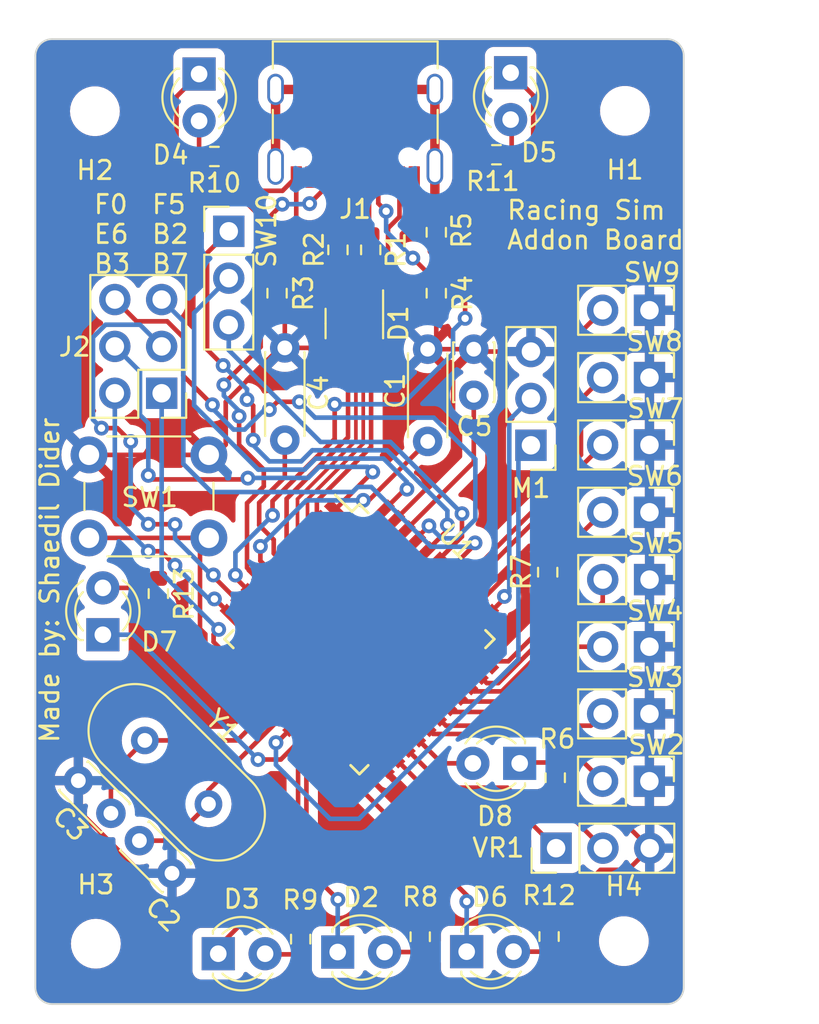
<source format=kicad_pcb>
(kicad_pcb (version 20221018) (generator pcbnew)
  (title_block (title "USB Racing Sim Addon Board") (date "2023-08-03") (company "Made by: Shaedil Dider"))
  (layers (0 "F.Cu" signal) (31 "B.Cu" signal) (34 "B.Paste" user) (35 "F.Paste" user) (36 "B.SilkS" user "B.Silkscreen") (37 "F.SilkS" user "F.Silkscreen") (38 "B.Mask" user) (39 "F.Mask" user) (44 "Edge.Cuts" user))
  (net 0 "")
  (net 1 "BACKLIGHT0")
  (net 2 "USB_VBUS")
  (net 3 "D-")
  (net 4 "D+")
  (net 5 "GND")
  (net 6 "UCAP")
  (net 7 "Net-(D2-A)")
  (net 8 "BACKLIGHT1")
  (net 9 "Net-(D3-A)")
  (net 10 "BACKLIGHT2")
  (net 11 "Net-(D4-A)")
  (net 12 "RESET")
  (net 13 "+5V")
  (net 14 "XTAL2")
  (net 15 "XTAL1")
  (net 16 "BACKLIGHT3")
  (net 17 "Net-(D5-A)")
  (net 18 "BACKLIGHT4")
  (net 19 "Net-(D6-A)")
  (net 20 "Net-(D8-K)")
  (net 21 "T1 LED")
  (net 22 "Net-(J1-CC1)")
  (net 23 "Net-(J1-D+-PadA6)")
  (net 24 "Net-(J1-D--PadA7)")
  (net 26 "Net-(J1-CC2)")
  (net 27 "HWB")
  (net 28 "AREF")
  (net 30 "Net-(J1-SHIELD)")
  (net 31 "Servo")
  (net 32 "Net-(D1-L1-Pad1)")
  (net 33 "Net-(D1-L2-Pad3)")
  (net 34 "Blinker R")
  (net 35 "Blinker L")
  (net 36 "Gear 1")
  (net 37 "Gear 2")
  (net 38 "Gear 3")
  (net 39 "Gear 4")
  (net 40 "Reverse")
  (net 41 "Gear 5")
  (net 42 "Gear 6")
  (net 43 "Gear 7")
  (net 44 "Handbreak")
  (net 45 "BACKLIGHT5")
  (net 46 "Net-(D7-A)")
  (net 47 "B2")
  (net 48 "B3")
  (net 49 "B7")
  (net 50 "E6")
  (net 51 "F5")
  (net 52 "F0")
  (footprint "Resistor_SMD:R_0603_1608Metric" (layer "F.Cu") (at 104.05 93.5 90)
    (fp_text reference "R13")
    (fp_text value "330")
  )
  (footprint "Connector_PinHeader_2.54mm:PinHeader_1x02_P2.54mm_Vertical" (layer "F.Cu") (at 130.685 103.67 -90)
    (fp_text reference "SW2")
    (fp_text value "Header 1")
  )
  (footprint "Resistor_SMD:R_0603_1608Metric" (layer "F.Cu") (at 125.245 112.09 -90)
    (fp_text reference "R12")
    (fp_text value "330")
  )
  (footprint "Resistor_SMD:R_0603_1608Metric" (layer "F.Cu") (at 118.255 112.1 -90)
    (fp_text reference "R8")
    (fp_text value "330")
  )
  (footprint "LED_THT:LED_D3.0mm" (layer "F.Cu") (at 101.04 95.73 90)
    (fp_text reference "D7")
    (fp_text value "LIGHT")
  )
  (footprint "Connector_PinHeader_2.54mm:PinHeader_1x02_P2.54mm_Vertical" (layer "F.Cu") (at 130.69 81.79 -90)
    (fp_text reference "SW8")
    (fp_text value "Header 7")
  )
  (footprint "Connector_PinHeader_2.54mm:PinHeader_1x03_P2.54mm_Vertical" (layer "F.Cu") (at 124.26 85.46 180)
    (fp_text reference "M1")
    (fp_text value "Micro Servo")
  )
  (footprint "LED_THT:LED_D3.0mm" (layer "F.Cu") (at 107.3 113.02)
    (fp_text reference "D3")
    (fp_text value "LIGHT")
  )
  (footprint "Connector_PinHeader_2.54mm:PinHeader_1x03_P2.54mm_Vertical" (layer "F.Cu") (at 125.625 107.3 90)
    (fp_text reference "VR1")
    (fp_text value "45mm 10KΩ Slide Pot")
  )
  (footprint "Capacitor_THT:C_Disc_D3.0mm_W2.0mm_P2.50mm" (layer "F.Cu") (at 104.79 108.66 135)
    (fp_text reference "C2" hide)
    (fp_text value "10pF")
  )
  (footprint "LED_THT:LED_D3.0mm" (layer "F.Cu") (at 123.65 102.7 180)
    (fp_text reference "D8")
    (fp_text value "T1 LED")
  )
  (footprint "Resistor_SMD:R_0603_1608Metric" (layer "F.Cu") (at 110.49 77.216 -90)
    (fp_text reference "R3")
    (fp_text value "5.1k")
  )
  (footprint "Package_QFP:TQFP-44_10x10mm_P0.8mm" (layer "F.Cu") (at 114.956862 95.96688 -45)
    (fp_text reference "U1")
    (fp_text value "ATmega32U4-MU" hide)
  )
  (footprint "Connector_PinHeader_2.54mm:PinHeader_1x02_P2.54mm_Vertical" (layer "F.Cu") (at 130.69 96.38 -90)
    (fp_text reference "SW4")
    (fp_text value "Header 3")
  )
  (footprint "Connector_USB:USB_C_Receptacle_Palconn_UTC16-G" (layer "F.Cu") (at 114.73 68.41 180)
    (fp_text reference "J1")
    (fp_text value "USB_C_Receptacle_USB2.0")
  )
  (footprint "Resistor_SMD:R_0603_1608Metric" (layer "F.Cu") (at 125.17 92.34 90)
    (fp_text reference "R7")
    (fp_text value "1k")
  )
  (footprint "Resistor_SMD:R_0603_1608Metric" (layer "F.Cu") (at 115.57 74.866 90)
    (fp_text reference "R1")
    (fp_text value "22")
  )
  (footprint "Resistor_SMD:R_0603_1608Metric" (layer "F.Cu") (at 113.792 74.866 90)
    (fp_text reference "R2")
    (fp_text value "22")
  )
  (footprint "Resistor_SMD:R_0603_1608Metric" (layer "F.Cu") (at 122.39 69.71)
    (fp_text reference "R11")
    (fp_text value "330")
  )
  (footprint "Resistor_SMD:R_0603_1608Metric" (layer "F.Cu") (at 119.126 73.914 90)
    (fp_text reference "R5")
    (fp_text value "1M")
  )
  (footprint "MountingHole:MountingHole_2.2mm_M2" (layer "F.Cu") (at 100.66 112.48)
    (fp_text reference "H3")
    (fp_text value "MountingHole")
  )
  (footprint "Button_Switch_THT:SW_PUSH_6mm" (layer "F.Cu") (at 100.29 85.98)
    (fp_text reference "SW1")
    (fp_text value "RESET")
  )
  (footprint "Resistor_SMD:R_0603_1608Metric" (layer "F.Cu") (at 119.126 77.216 -90)
    (fp_text reference "R4")
    (fp_text value "5.1k")
  )
  (footprint "MountingHole:MountingHole_2.2mm_M2" (layer "F.Cu") (at 100.61 67.35 180)
    (fp_text reference "H2")
    (fp_text value "MountingHole")
  )
  (footprint "LED_THT:LED_D3.0mm" (layer "F.Cu") (at 120.775 112.91)
    (fp_text reference "D6")
    (fp_text value "LIGHT")
  )
  (footprint "LED_THT:LED_D3.0mm" (layer "F.Cu") (at 106.26 65.335 -90)
    (fp_text reference "D4")
    (fp_text value "LIGHT")
  )
  (footprint "Resistor_SMD:R_0603_1608Metric" (layer "F.Cu") (at 107.09 69.805 180)
    (fp_text reference "R10")
    (fp_text value "330")
  )
  (footprint "Connector_PinHeader_2.54mm:PinHeader_1x03_P2.54mm_Vertical" (layer "F.Cu") (at 107.87 73.86)
    (fp_text reference "SW10")
    (fp_text value "SW SPDT MSM ")
  )
  (footprint "Crystal:Crystal_HC49-4H_Vertical" (layer "F.Cu") (at 103.317588 101.457588 -45)
    (fp_text reference "Y1")
    (fp_text value "16MHz")
  )
  (footprint "Connector_PinHeader_2.54mm:PinHeader_1x02_P2.54mm_Vertical" (layer "F.Cu") (at 130.69 85.44 -90)
    (fp_text reference "SW7")
    (fp_text value "Header 6")
  )
  (footprint "Package_TO_SOT_SMD:SOT-23-6" (layer "F.Cu") (at 114.681 78.86 -90)
    (fp_text reference "D1")
    (fp_text value "USBLC6-2SC6")
  )
  (footprint "Capacitor_THT:C_Disc_D4.3mm_W1.9mm_P5.00mm" (layer "F.Cu") (at 118.66 80.25 -90)
    (fp_text reference "C1")
    (fp_text value "1uF")
  )
  (footprint "Connector_PinHeader_2.54mm:PinHeader_1x02_P2.54mm_Vertical" (layer "F.Cu") (at 130.69 100.02 -90)
    (fp_text reference "SW3")
    (fp_text value "Header 2")
  )
  (footprint "Resistor_SMD:R_0603_1608Metric" (layer "F.Cu") (at 111.77 112.23 -90)
    (fp_text reference "R9")
    (fp_text value "330")
  )
  (footprint "Resistor_SMD:R_0603_1608Metric" (layer "F.Cu") (at 125.58 103.48 -90)
    (fp_text reference "R6")
    (fp_text value "1k")
  )
  (footprint "LED_THT:LED_D3.0mm" (layer "F.Cu") (at 113.78 112.93)
    (fp_text reference "D2")
    (fp_text value "LIGHT")
  )
  (footprint "Connector_PinHeader_2.54mm:PinHeader_1x02_P2.54mm_Vertical" (layer "F.Cu") (at 130.69 78.14 -90)
    (fp_text reference "SW9")
    (fp_text value "Header 8")
  )
  (footprint "Connector_PinHeader_2.54mm:PinHeader_1x02_P2.54mm_Vertical" (layer "F.Cu") (at 130.695 92.74 -90)
    (fp_text reference "SW5")
    (fp_text value "Header 4")
  )
  (footprint "LED_THT:LED_D3.0mm" (layer "F.Cu") (at 123.16 65.265 -90)
    (fp_text reference "D5")
    (fp_text value "LIGHT")
  )
  (footprint "Connector_PinHeader_2.54mm:PinHeader_1x02_P2.54mm_Vertical" (layer "F.Cu") (at 130.69 89.09 -90)
    (fp_text reference "SW6")
    (fp_text value "Header 5")
  )
  (footprint "Capacitor_THT:C_Disc_D3.0mm_W2.0mm_P2.50mm" (layer "F.Cu") (at 99.71 103.64 -45)
    (fp_text reference "C3")
    (fp_text value "10pF")
  )
  (footprint "Capacitor_THT:C_Disc_D4.3mm_W1.9mm_P5.00mm" (layer "F.Cu") (at 110.91 80.18 -90)
    (fp_text reference "C4")
    (fp_text value "1uF")
  )
  (footprint "MountingHole:MountingHole_2.2mm_M2" (layer "F.Cu") (at 129.3 112.34 180)
    (fp_text reference "H4")
    (fp_text value "MountingHole")
  )
  (footprint "MountingHole:MountingHole_2.2mm_M2" (layer "F.Cu") (at 129.36 67.33 180)
    (fp_text reference "H1")
    (fp_text value "MountingHole")
  )
  (footprint "Capacitor_THT:C_Disc_D3.0mm_W2.0mm_P2.50mm" (layer "F.Cu") (at 121.16 80.25 -90)
    (fp_text reference "C5")
    (fp_text value "0.1uF")
  )
  (footprint "Connector_PinHeader_2.54mm:PinHeader_2x03_P2.54mm_Vertical" (layer "F.Cu") (at 104.23 82.64 180)
    (fp_text reference "J2")
    (fp_text value "Conn_01x06")
  )
  (gr_line (start 97.383467 64.353467) (end 97.383467 114.836533) (stroke (width 0.1)) (layer "Edge.Cuts"))
  (gr_arc (start 98.293467 115.746533) (mid 97.65 115.48) (end 97.383467 114.836533) (stroke (width 0.1)) (layer "Edge.Cuts"))
  (gr_line (start 131.636533 63.443467) (end 98.293467 63.443467) (stroke (width 0.1)) (layer "Edge.Cuts"))
  (gr_arc (start 132.546533 114.836533) (mid 132.28 115.48) (end 131.636533 115.746533) (stroke (width 0.1)) (layer "Edge.Cuts"))
  (gr_arc (start 97.383467 64.353467) (mid 97.65 63.71) (end 98.293467 63.443467) (stroke (width 0.1)) (layer "Edge.Cuts"))
  (gr_line (start 132.546533 114.836533) (end 132.546533 64.353467) (stroke (width 0.1)) (layer "Edge.Cuts"))
  (gr_line (start 98.293467 115.746533) (end 131.636533 115.746533) (stroke (width 0.1)) (layer "Edge.Cuts"))
  (gr_arc (start 131.636533 63.443467) (mid 132.28 63.71) (end 132.546533 64.353467) (stroke (width 0.1)) (layer "Edge.Cuts"))
  (gr_text "C2" (at 104.31 110.88 315) (layer "F.SilkS") (effects (font (size 1 1))))
  (gr_text "F0\nE6\nB3\n" (at 100.47 76.21) (layer "F.SilkS") (effects (font (size 1 1)) (justify left bottom)))
  (gr_text "F5\nB2\nB7\n" (at 103.62 76.21) (layer "F.SilkS") (effects (font (size 1 1)) (justify left bottom)))
  (gr_text "Racing Sim\nAddon Board" (at 122.88 74.91) (layer "F.SilkS") (effects (font (size 1 1)) (justify left bottom)))
  (gr_text "Made by: Shaedil Dider" (at 98.74 101.68 90) (layer "F.SilkS") (effects (font (size 1 1)) (justify left bottom)))
  (segment (start 112.08 103.369225) (end 113.189095 102.26013) (width 0.25) (layer "F.Cu") (net 1))
  (segment (start 113.79 110.08) (end 112.08 108.37) (width 0.25) (layer "F.Cu") (net 1))
  (segment (start 112.08 108.37) (end 112.08 103.369225) (width 0.25) (layer "F.Cu") (net 1))
  (via (at 113.79 110.08) (size 0.8) (drill 0.4) (layers "F.Cu" "B.Cu") (net 1))
  (segment (start 113.78 110.09) (end 113.79 110.08) (width 0.25) (layer "B.Cu") (net 1))
  (segment (start 113.78 112.93) (end 113.78 110.09) (width 0.25) (layer "B.Cu") (net 1))
  (segment (start 115.99 79.01) (end 116.51 78.49) (width 0.25) (layer "F.Cu") (net 2))
  (segment (start 112.505 70.205) (end 113.145 69.565) (width 0.25) (layer "F.Cu") (net 2))
  (segment (start 114.681 79.9975) (end 114.681 79.613249) (width 0.25) (layer "F.Cu") (net 2))
  (segment (start 114.681 79.613249) (end 115.284249 79.01) (width 0.25) (layer "F.Cu") (net 2))
  (segment (start 110.360668 92.502057) (end 109.5845 91.725889) (width 0.25) (layer "F.Cu") (net 2))
  (segment (start 115.466228 88.443772) (end 118.66 85.25) (width 0.25) (layer "F.Cu") (net 2))
  (segment (start 112.33 70.92) (end 112.505 70.745) (width 0.25) (layer "F.Cu") (net 2))
  (segment (start 116.51 73.691805) (end 117.13 73.071805) (width 0.25) (layer "F.Cu") (net 2))
  (segment (start 112.505 70.745) (end 112.505 70.205) (width 0.25) (layer "F.Cu") (net 2))
  (segment (start 116.51 81.216355) (end 116.51 78.49) (width 0.25) (layer "F.Cu") (net 2))
  (segment (start 113.145 69.565) (end 116.345 69.565) (width 0.25) (layer "F.Cu") (net 2))
  (segment (start 116.345 69.565) (end 117.13 70.35) (width 0.25) (layer "F.Cu") (net 2))
  (segment (start 115.59 85.544767) (end 115.59 82.136355) (width 0.25) (layer "F.Cu") (net 2))
  (segment (start 116.51 78.49) (end 116.51 73.691805) (width 0.25) (layer "F.Cu") (net 2))
  (segment (start 115.284249 79.01) (end 115.99 79.01) (width 0.25) (layer "F.Cu") (net 2))
  (segment (start 115.163772 88.443772) (end 115.466228 88.443772) (width 0.25) (layer "F.Cu") (net 2))
  (segment (start 113.189095 89.67363) (end 112.649 89.133535) (width 0.25) (layer "F.Cu") (net 2))
  (segment (start 117.13 70.35) (end 117.13 70.92) (width 0.25) (layer "F.Cu") (net 2))
  (segment (start 115.59 82.136355) (end 116.51 81.216355) (width 0.25) (layer "F.Cu") (net 2))
  (segment (start 109.5845 91.725889) (end 109.5845 90.94) (width 0.25) (layer "F.Cu") (net 2))
  (segment (start 117.13 73.071805) (end 117.13 70.92) (width 0.25) (layer "F.Cu") (net 2))
  (segment (start 112.649 89.133535) (end 112.649 88.485766) (width 0.25) (layer "F.Cu") (net 2))
  (segment (start 112.649 88.485766) (end 115.59 85.544767) (width 0.25) (layer "F.Cu") (net 2))
  (via (at 115.163772 88.443772) (size 0.8) (drill 0.4) (layers "F.Cu" "B.Cu") (net 2))
  (via (at 109.5845 90.94) (size 0.8) (drill 0.4) (layers "F.Cu" "B.Cu") (net 2))
  (segment (start 115.163772 88.443772) (end 112.080728 88.443772) (width 0.25) (layer "B.Cu") (net 2))
  (segment (start 112.080728 88.443772) (end 109.5845 90.94) (width 0.25) (layer "B.Cu") (net 2))
  (segment (start 112.141 89.756905) (end 112.62341 90.239315) (width 0.2) (layer "F.Cu") (net 3))
  (segment (start 115.62 81.505315) (end 115.165 81.960315) (width 0.2) (layer "F.Cu") (net 3))
  (segment (start 115.631 79.9975) (end 115.62 80.0085) (width 0.2) (layer "F.Cu") (net 3))
  (segment (start 115.62 80.0085) (end 115.62 81.505315) (width 0.2) (layer "F.Cu") (net 3))
  (segment (start 112.141 88.392726) (end 112.141 89.756905) (width 0.2) (layer "F.Cu") (net 3))
  (segment (start 115.165 81.960315) (end 115.165 85.368727) (width 0.2) (layer "F.Cu") (net 3))
  (segment (start 115.165 85.368727) (end 112.141 88.392726) (width 0.2) (layer "F.Cu") (net 3))
  (segment (start 113.731 81.092) (end 114.765 82.126) (width 0.2) (layer "F.Cu") (net 4))
  (segment (start 111.598626 90.345902) (end 112.057724 90.805) (width 0.2) (layer "F.Cu") (net 4))
  (segment (start 111.598626 88.369414) (end 111.598626 90.345902) (width 0.2) (layer "F.Cu") (net 4))
  (segment (start 114.765 85.203041) (end 111.598626 88.369414) (width 0.2) (layer "F.Cu") (net 4))
  (segment (start 113.731 79.9975) (end 113.731 81.092) (width 0.2) (layer "F.Cu") (net 4))
  (segment (start 114.765 82.126) (end 114.765 85.203041) (width 0.2) (layer "F.Cu") (net 4))
  (segment (start 118.255 111.275) (end 125.235 111.275) (width 0.25) (layer "F.Cu") (net 5))
  (segment (start 128.035 108.475) (end 125.245 111.265) (width 0.25) (layer "F.Cu") (net 5))
  (segment (start 126.615 105.34) (end 128.745 105.34) (width 0.25) (layer "F.Cu") (net 5))
  (segment (start 129.53 108.475) (end 128.035 108.475) (width 0.25) (layer "F.Cu") (net 5))
  (segment (start 112.21796 80.18) (end 110.91 80.18) (width 0.25) (layer "F.Cu") (net 5))
  (segment (start 130.69 85.44) (end 130.69 89.09) (width 0.25) (layer "F.Cu") (net 5))
  (segment (start 130.695 89.095) (end 130.69 89.09) (width 0.25) (layer "F.Cu") (net 5))
  (segment (start 116.724629 89.67363) (end 120.035 86.363259) (width 0.25) (layer "F.Cu") (net 5))
  (segment (start 114.681 78.106751) (end 114.077751 78.71) (width 0.25) (layer "F.Cu") (net 5))
  (segment (start 121.29 80.38) (end 121.16 80.25) (width 0.25) (layer "F.Cu") (net 5))
  (segment (start 113.38425 78.71) (end 112.841125 78.166875) (width 0.25) (layer "F.Cu") (net 5))
  (segment (start 117.91 73.523) (end 117.91 70.94) (width 0.25) (layer "F.Cu") (net 5))
  (segment (start 111.00794 88.35906) (end 111.00794 90.886587) (width 0.25) (layer "F.Cu") (net 5))
  (segment (start 110.91 78.461) (end 110.49 78.041) (width 0.25) (layer "F.Cu") (net 5))
  (segment (start 109.794982 98.866018) (end 109.310884 99.350116) (width 0.25) (layer "F.Cu") (net 5))
  (segment (start 120.035 81.375) (end 121.16 80.25) (width 0.25) (layer "F.Cu") (net 5))
  (segment (start 119.126 78.041) (end 121.565 75.602) (width 0.25) (layer "F.Cu") (net 5))
  (segment (start 125.235 111.275) (end 125.245 111.265) (width 0.25) (layer "F.Cu") (net 5))
  (segment (start 111.77 111.405) (end 111.9 111.275) (width 0.25) (layer "F.Cu") (net 5))
  (segment (start 112.841125 80.803165) (end 112.21796 80.18) (width 0.25) (layer "F.Cu") (net 5))
  (segment (start 130.69 92.745) (end 130.695 92.74) (width 0.25) (layer "F.Cu") (net 5))
  (segment (start 114.681 77.7225) (end 114.681 78.106751) (width 0.25) (layer "F.Cu") (net 5))
  (segment (start 124.598128 111.265) (end 116.158944 102.825816) (width 0.25) (layer "F.Cu") (net 5))
  (segment (start 106.680116 99.350116) (end 104.05 96.72) (width 0.25) (layer "F.Cu") (net 5))
  (segment (start 104.79 108.66) (end 103.129009 108.66) (width 0.25) (layer "F.Cu") (net 5))
  (segment (start 128.745 105.34) (end 130.705 107.3) (width 0.25) (layer "F.Cu") (net 5))
  (segment (start 112.841125 80.803165) (end 114.34 82.30204) (width 0.25) (layer "F.Cu") (net 5))
  (segment (start 130.69 78.14) (end 130.69 81.79) (width 0.25) (layer "F.Cu") (net 5))
  (segment (start 130.695 92.74) (end 130.695 89.095) (width 0.25) (layer "F.Cu") (net 5))
  (segment (start 114.34 85.027) (end 111.00794 88.35906) (width 0.25) (layer "F.Cu") (net 5))
  (segment (start 121.16 80.25) (end 118.66 80.25) (width 0.25) (layer "F.Cu") (net 5))
  (segment (start 107.15 85.98) (end 107.705807 85.424193) (width 0.25) (layer "F.Cu") (net 5))
  (segment (start 125.245 111.265) (end 124.598128 111.265) (width 0.25) (layer "F.Cu") (net 5))
  (segment (start 99.71 103.64) (end 99.59 103.52) (width 0.25) (layer "F.Cu") (net 5))
  (segment (start 121.565 75.602) (end 121.565 69.71) (width 0.25) (layer "F.Cu") (net 5))
  (segment (start 99.59 99.92) (end 102.79 96.72) (width 0.25) (layer "F.Cu") (net 5))
  (segment (start 103.129009 108.66) (end 99.71 105.240991) (width 0.25) (layer "F.Cu") (net 5))
  (segment (start 130.69 100.02) (end 130.69 96.38) (width 0.25) (layer "F.Cu") (net 5))
  (segment (start 125.17 91.515) (end 123.934225 91.515) (width 0.25) (layer "F.Cu") (net 5))
  (segment (start 119.126 78.041) (end 119.126 79.784) (width 0.25) (layer "F.Cu") (net 5))
  (segment (start 112.841125 78.166875) (end 111.53 76.855751) (width 0.25) (layer "F.Cu") (net 5))
  (segment (start 112.63 80.59204) (end 112.841125 80.803165) (width 0.25) (layer "F.Cu") (net 5))
  (segment (start 130.685 103.67) (end 130.685 100.025) (width 0.25) (layer "F.Cu") (net 5))
  (segment (start 130.705 107.3) (end 129.53 108.475) (width 0.25) (layer "F.Cu") (net 5))
  (segment (start 107.705807 85.424193) (end 107.705807 83.108888) (width 0.25) (layer "F.Cu") (net 5))
  (segment (start 111.00794 90.886587) (end 111.492039 91.370686) (width 0.25) (layer "F.Cu") (net 5))
  (segment (start 114.077751 78.71) (end 113.38425 78.71) (width 0.25) (layer "F.Cu") (net 5))
  (segment (start 120.035 86.363259) (end 120.035 81.375) (width 0.25) (layer "F.Cu") (net 5))
  (segment (start 119.126 79.784) (end 118.66 80.25) (width 0.25) (layer "F.Cu") (net 5))
  (segment (start 130.705 107.3) (end 130.705 103.69) (width 0.25) (layer "F.Cu") (net 5))
  (segment (start 110.49 78.041) (end 110.49 78.07) (width 0.25) (layer "F.Cu") (net 5))
  (segment (start 119.126 74.739) (end 117.91 73.523) (width 0.25) (layer "F.Cu") (net 5))
  (segment (start 112.63 78.378) (end 112.841125 78.166875) (width 0.25) (layer "F.Cu") (net 5))
  (segment (start 130.69 81.79) (end 130.69 85.44) (width 0.25) (layer "F.Cu") (net 5))
  (segment (start 130.69 96.38) (end 130.69 92.745) (width 0.25) (layer "F.Cu") (net 5))
  (segment (start 102.79 96.72) (end 104.05 96.72) (width 0.25) (layer "F.Cu") (net 5))
  (segment (start 112.841125 80.421125) (end 112.841125 80.803165) (width 0.25) (layer "F.Cu") (net 5))
  (segment (start 107.915 70.758604) (end 108.821396 71.665) (width 0.25) (layer "F.Cu") (net 5))
  (segment (start 99.71 105.240991) (end 99.71 103.64) (width 0.25) (layer "F.Cu") (net 5))
  (segment (start 110.91 80.18) (end 110.91 78.461) (width 0.25) (layer "F.Cu") (net 5))
  (segment (start 114.34 82.30204) (end 114.34 85.027) (width 0.25) (layer "F.Cu") (net 5))
  (segment (start 110.634695 80.18) (end 110.91 80.18) (width 0.25) (layer "F.Cu") (net 5))
  (segment (start 109.310884 99.350116) (end 106.680116 99.350116) (width 0.25) (layer "F.Cu") (net 5))
  (segment (start 111.9 111.275) (end 118.255 111.275) (width 0.25) (layer "F.Cu") (net 5))
  (segment (start 125.58 104.305) (end 126.615 105.34) (width 0.25) (layer "F.Cu") (net 5))
  (segment (start 107.705807 83.108888) (end 110.634695 80.18) (width 0.25) (layer "F.Cu") (net 5))
  (segment (start 123.934225 91.515) (end 121.250112 94.199113) (width 0.25) (layer "F.Cu") (net 5))
  (segment (start 106.79 85.98) (end 107.15 85.98) (width 0.25) (layer "F.Cu") (net 5))
  (segment (start 110.785 71.665) (end 111.53 70.92) (width 0.25) (layer "F.Cu") (net 5))
  (segment (start 104.05 96.72) (end 104.05 94.325) (width 0.25) (layer "F.Cu") (net 5))
  (segment (start 108.821396 71.665) (end 110.785 71.665) (width 0.25) (layer "F.Cu") (net 5))
  (segment (start 112.63 78.378) (end 112.63 80.59204) (width 0.25) (layer "F.Cu") (net 5))
  (segment (start 106.79 85.98) (end 100.29 85.98) (width 0.25) (layer "F.Cu") (net 5))
  (segment (start 130.705 103.69) (end 130.685 103.67) (width 0.25) (layer "F.Cu") (net 5))
  (segment (start 124.26 80.38) (end 121.29 80.38) (width 0.25) (layer "F.Cu") (net 5))
  (segment (start 99.59 103.52) (end 99.59 99.92) (width 0.25) (layer "F.Cu") (net 5))
  (segment (start 107.915 69.805) (end 107.915 70.758604) (width 0.25) (layer "F.Cu") (net 5))
  (segment (start 111.53 76.855751) (end 111.53 70.92) (width 0.25) (layer "F.Cu") (net 5))
  (segment (start 130.685 100.025) (end 130.69 100.02) (width 0.25) (layer "F.Cu") (net 5))
  (segment (start 117.91 70.94) (end 117.93 70.92) (width 0.25) (layer "F.Cu") (net 5))
  (segment (start 110.91 87.184208) (end 109.5195 88.574708) (width 0.25) (layer "F.Cu") (net 6))
  (segment (start 109.5195 88.574708) (end 109.5195 89.7895) (width 0.25) (layer "F.Cu") (net 6))
  (segment (start 110.91 85.18) (end 110.91 87.184208) (width 0.25) (layer "F.Cu") (net 6))
  (segment (start 109.5195 89.7895) (end 110.3095 90.5795) (width 0.25) (layer "F.Cu") (net 6))
  (segment (start 110.3095 91.319518) (end 110.926353 91.936371) (width 0.25) (layer "F.Cu") (net 6))
  (segment (start 110.3095 90.5795) (end 110.3095 91.319518) (width 0.25) (layer "F.Cu") (net 6))
  (segment (start 116.32 112.93) (end 118.25 112.93) (width 0.25) (layer "F.Cu") (net 7))
  (segment (start 107.3 113.02) (end 107.3 112.65) (width 0.25) (layer "F.Cu") (net 8))
  (segment (start 107.3 112.65) (end 111.63 108.32) (width 0.25) (layer "F.Cu") (net 8))
  (segment (start 111.63 102.687855) (end 112.62341 101.694445) (width 0.25) (layer "F.Cu") (net 8))
  (segment (start 111.63 108.32) (end 111.63 102.687855) (width 0.25) (layer "F.Cu") (net 8))
  (segment (start 109.875 113.055) (end 109.84 113.02) (width 0.25) (layer "F.Cu") (net 9))
  (segment (start 111.77 113.055) (end 109.875 113.055) (width 0.25) (layer "F.Cu") (net 9))
  (segment (start 109.6 80.1254) (end 109.6 73.08) (width 0.25) (layer "F.Cu") (net 10))
  (segment (start 108.430807 85.437426) (end 109.77 86.776619) (width 0.25) (layer "F.Cu") (net 10))
  (segment (start 109.6 73.08) (end 107.3 70.78) (width 0.25) (layer "F.Cu") (net 10))
  (segment (start 108.956042 92.192057) (end 108.956042 92.228802) (width 0.25) (layer "F.Cu") (net 10))
  (segment (start 107.602749 82.187347) (end 107.602749 82.122651) (width 0.25) (layer "F.Cu") (net 10))
  (segment (start 108.8595 88.598312) (end 108.8595 92.095515) (width 0.25) (layer "F.Cu") (net 10))
  (segment (start 108.956042 92.228802) (end 109.794982 93.067742) (width 0.25) (layer "F.Cu") (net 10))
  (segment (start 107.3 70.78) (end 105.65 70.78) (width 0.25) (layer "F.Cu") (net 10))
  (segment (start 108.8595 92.095515) (end 108.956042 92.192057) (width 0.25) (layer "F.Cu") (net 10))
  (segment (start 105.035 70.165) (end 105.035 66.56) (width 0.25) (layer "F.Cu") (net 10))
  (segment (start 105.035 66.56) (end 106.26 65.335) (width 0.25) (layer "F.Cu") (net 10))
  (segment (start 105.65 70.78) (end 105.035 70.165) (width 0.25) (layer "F.Cu") (net 10))
  (segment (start 107.602749 82.122651) (end 109.6 80.1254) (width 0.25) (layer "F.Cu") (net 10))
  (segment (start 109.77 87.687812) (end 108.8595 88.598312) (width 0.25) (layer "F.Cu") (net 10))
  (segment (start 109.77 86.776619) (end 109.77 87.687812) (width 0.25) (layer "F.Cu") (net 10))
  (segment (start 108.430807 83.882799) (end 108.430807 85.437426) (width 0.25) (layer "F.Cu") (net 10))
  (via (at 107.602749 82.187347) (size 0.8) (drill 0.4) (layers "F.Cu" "B.Cu") (net 10))
  (via (at 108.430807 83.882799) (size 0.8) (drill 0.4) (layers "F.Cu" "B.Cu") (net 10))
  (segment (start 107.602749 82.772749) (end 108.430807 83.600807) (width 0.25) (layer "B.Cu") (net 10))
  (segment (start 108.430807 83.600807) (end 108.430807 83.882799) (width 0.25) (layer "B.Cu") (net 10))
  (segment (start 107.602749 82.187347) (end 107.602749 82.772749) (width 0.25) (layer "B.Cu") (net 10))
  (segment (start 106.26 67.875) (end 106.26 69.8) (width 0.25) (layer "F.Cu") (net 11))
  (segment (start 107.048142 96.755574) (end 107.048142 97.639458) (width 0.25) (layer "F.Cu") (net 12))
  (segment (start 106.31 95.41) (end 106.597642 95.697642) (width 0.25) (layer "F.Cu") (net 12))
  (segment (start 107.048142 97.639458) (end 107.62743 98.218746) (width 0.25) (layer "F.Cu") (net 12))
  (segment (start 108.179513 98.218746) (end 108.663612 97.734647) (width 0.25) (layer "F.Cu") (net 12))
  (segment (start 106.597642 95.697642) (end 106.597642 96.305074) (width 0.25) (layer "F.Cu") (net 12))
  (segment (start 106.79 90.48) (end 106.31 90.96) (width 0.25) (layer "F.Cu") (net 12))
  (segment (start 107.62743 98.218746) (end 108.179513 98.218746) (width 0.25) (layer "F.Cu") (net 12))
  (segment (start 106.79 90.48) (end 100.29 90.48) (width 0.25) (layer "F.Cu") (net 12))
  (segment (start 106.597642 96.305074) (end 107.048142 96.755574) (width 0.25) (layer "F.Cu") (net 12))
  (segment (start 106.31 90.96) (end 106.31 95.41) (width 0.25) (layer "F.Cu") (net 12))
  (segment (start 122.821912 93.758684) (end 121.815798 94.764798) (width 0.25) (layer "F.Cu") (net 13))
  (segment (start 122.795 104.47) (end 118.934499 104.47) (width 0.25) (layer "F.Cu") (net 13))
  (segment (start 117.536332 87.837328) (end 117.42956 87.837328) (width 0.25) (layer "F.Cu") (net 13))
  (segment (start 122.821912 93.651911) (end 122.821912 93.758684) (width 0.25) (layer "F.Cu") (net 13))
  (segment (start 117.42956 87.837328) (end 116.158944 89.107944) (width 0.25) (layer "F.Cu") (net 13))
  (segment (start 118.934499 104.47) (end 116.724629 102.26013) (width 0.25) (layer "F.Cu") (net 13))
  (segment (start 125.625 107.3) (end 122.795 104.47) (width 0.25) (layer "F.Cu") (net 13))
  (via (at 122.821912 93.651911) (size 0.8) (drill 0.4) (layers "F.Cu" "B.Cu") (net 13))
  (via (at 117.536332 87.837328) (size 0.8) (drill 0.4) (layers "F.Cu" "B.Cu") (net 13))
  (segment (start 111.986396 86.78) (end 112.586396 86.18) (width 0.25) (layer "B.Cu") (net 13))
  (segment (start 116.267207 86.18) (end 117.536332 87.449125) (width 0.25) (layer "B.Cu") (net 13))
  (segment (start 122.821912 93.651911) (end 123.085 93.388823) (width 0.25) (layer "B.Cu") (net 13))
  (segment (start 123.085 84.095) (end 124.26 82.92) (width 0.25) (layer "B.Cu") (net 13))
  (segment (start 112.586396 86.18) (end 116.267207 86.18) (width 0.25) (layer "B.Cu") (net 13))
  (segment (start 123.085 93.388823) (end 123.085 84.095) (width 0.25) (layer "B.Cu") (net 13))
  (segment (start 105.99 83.3) (end 109.47 86.78) (width 0.25) (layer "B.Cu") (net 13))
  (segment (start 105.99 78.28) (end 105.99 83.3) (width 0.25) (layer "B.Cu") (net 13))
  (segment (start 117.536332 87.449125) (end 117.536332 87.837328) (width 0.25) (layer "B.Cu") (net 13))
  (segment (start 109.47 86.78) (end 111.986396 86.78) (width 0.25) (layer "B.Cu") (net 13))
  (segment (start 107.87 76.4) (end 105.99 78.28) (width 0.25) (layer "B.Cu") (net 13))
  (segment (start 101.477767 103.297409) (end 103.317588 101.457588) (width 0.25) (layer "F.Cu") (net 14))
  (segment (start 101.477767 105.407767) (end 101.477767 103.297409) (width 0.25) (layer "F.Cu") (net 14))
  (segment (start 103.317588 101.457588) (end 108.334783 101.457588) (width 0.25) (layer "F.Cu") (net 14))
  (segment (start 108.334783 101.457588) (end 110.360668 99.431703) (width 0.25) (layer "F.Cu") (net 14))
  (segment (start 106.768269 104.908269) (end 106.768269 104.155473) (width 0.25) (layer "F.Cu") (net 15))
  (segment (start 103.022233 106.892233) (end 104.784305 106.892233) (width 0.25) (layer "F.Cu") (net 15))
  (segment (start 106.768269 104.155473) (end 110.926353 99.997389) (width 0.25) (layer "F.Cu") (net 15))
  (segment (start 104.784305 106.892233) (end 106.768269 104.908269) (width 0.25) (layer "F.Cu") (net 15))
  (segment (start 124.385 70.225) (end 122.015 72.595) (width 0.25) (layer "F.Cu") (net 16))
  (segment (start 123.16 65.265) (end 124.385 66.49) (width 0.25) (layer "F.Cu") (net 16))
  (segment (start 108.231042 92.635173) (end 109.229297 93.633428) (width 0.25) (layer "F.Cu") (net 16))
  (segment (start 122.015 72.595) (end 122.015 75.788396) (width 0.25) (layer "F.Cu") (net 16))
  (segment (start 120.689799 77.113597) (end 120.689799 78.580201) (width 0.25) (layer "F.Cu") (net 16))
  (segment (start 108.231042 92.492362) (end 108.231042 92.635173) (width 0.25) (layer "F.Cu") (net 16))
  (segment (start 110.2445 88.486104) (end 110.2445 89.255402) (width 0.25) (layer "F.Cu") (net 16))
  (segment (start 122.015 75.788396) (end 120.689799 77.113597) (width 0.25) (layer "F.Cu") (net 16))
  (segment (start 124.385 66.49) (end 124.385 70.225) (width 0.25) (layer "F.Cu") (net 16))
  (segment (start 113.6155 85.115104) (end 110.2445 88.486104) (width 0.25) (layer "F.Cu") (net 16))
  (segment (start 113.6155 83.2355) (end 113.6155 85.115104) (width 0.25) (layer "F.Cu") (net 16))
  (via (at 110.2445 89.255402) (size 0.8) (drill 0.4) (layers "F.Cu" "B.Cu") (net 16))
  (via (at 108.231042 92.492362) (size 0.8) (drill 0.4) (layers "F.Cu" "B.Cu") (net 16))
  (via (at 120.689799 78.580201) (size 0.8) (drill 0.4) (layers "F.Cu" "B.Cu") (net 16))
  (via (at 113.6155 83.2355) (size 0.8) (drill 0.4) (layers "F.Cu" "B.Cu") (net 16))
  (segment (start 120.689799 78.580201) (end 120.035 79.235) (width 0.25) (layer "B.Cu") (net 16))
  (segment (start 120.035 80.485) (end 117.2845 83.2355) (width 0.25) (layer "B.Cu") (net 16))
  (segment (start 117.2845 83.2355) (end 113.6155 83.2355) (width 0.25) (layer "B.Cu") (net 16))
  (segment (start 120.035 79.235) (end 120.035 80.485) (width 0.25) (layer "B.Cu") (net 16))
  (segment (start 108.231042 92.492362) (end 108.231042 91.26886) (width 0.25) (layer "B.Cu") (net 16))
  (segment (start 108.231042 91.26886) (end 110.2445 89.255402) (width 0.25) (layer "B.Cu") (net 16))
  (segment (start 123.215 69.71) (end 123.215 67.86) (width 0.25) (layer "F.Cu") (net 17))
  (segment (start 123.215 67.86) (end 123.16 67.805) (width 0.25) (layer "F.Cu") (net 17))
  (segment (start 120.78 110.19) (end 120.78 109.851036) (width 0.25) (layer "F.Cu") (net 18))
  (segment (start 120.78 109.851036) (end 113.75478 102.825816) (width 0.25) (layer "F.Cu") (net 18))
  (via (at 120.78 110.19) (size 0.8) (drill 0.4) (layers "F.Cu" "B.Cu") (net 18))
  (segment (start 120.775 112.91) (end 120.775 110.195) (width 0.25) (layer "B.Cu") (net 18))
  (segment (start 120.775 110.195) (end 120.78 110.19) (width 0.25) (layer "B.Cu") (net 18))
  (segment (start 123.315 112.91) (end 125.24 112.91) (width 0.25) (layer "F.Cu") (net 19))
  (segment (start 125.58 102.655) (end 123.695 102.655) (width 0.25) (layer "F.Cu") (net 20))
  (segment (start 123.695 102.655) (end 123.65 102.7) (width 0.25) (layer "F.Cu") (net 20))
  (segment (start 119.42724 102.7) (end 117.856 101.12876) (width 0.25) (layer "F.Cu") (net 21))
  (segment (start 121.11 102.7) (end 119.42724 102.7) (width 0.25) (layer "F.Cu") (net 21))
  (segment (start 119.126 76.391) (end 118.9345 76.391) (width 0.25) (layer "F.Cu") (net 22))
  (segment (start 115.98 72.3455) (end 115.98 70.92) (width 0.25) (layer "F.Cu") (net 22))
  (segment (start 118.9345 76.391) (end 117.8545 75.311) (width 0.25) (layer "F.Cu") (net 22))
  (segment (start 116.4055 72.771) (end 115.98 72.3455) (width 0.25) (layer "F.Cu") (net 22))
  (via (at 117.8545 75.311) (size 0.8) (drill 0.4) (layers "F.Cu" "B.Cu") (net 22))
  (via (at 116.4055 72.771) (size 0.8) (drill 0.4) (layers "F.Cu" "B.Cu") (net 22))
  (segment (start 117.8545 75.311) (end 116.4055 73.862) (width 0.25) (layer "B.Cu") (net 22))
  (segment (start 116.4055 73.862) (end 116.4055 72.771) (width 0.25) (layer "B.Cu") (net 22))
  (segment (start 113.98 70.92) (end 113.98 73.853) (width 0.25) (layer "F.Cu") (net 23))
  (segment (start 114.98 70.92) (end 114.98 71.8) (width 0.25) (layer "F.Cu") (net 23))
  (segment (start 113.98 71.755) (end 113.98 70.92) (width 0.25) (layer "F.Cu") (net 23))
  (segment (start 114.98 71.8) (end 114.955 71.825) (width 0.25) (layer "F.Cu") (net 23))
  (segment (start 113.98 73.853) (end 113.792 74.041) (width 0.25) (layer "F.Cu") (net 23))
  (segment (start 114.05 71.825) (end 113.98 71.755) (width 0.25) (layer "F.Cu") (net 23))
  (segment (start 114.955 71.825) (end 114.05 71.825) (width 0.25) (layer "F.Cu") (net 23))
  (segment (start 115.48 73.951) (end 115.48 70.92) (width 0.25) (layer "F.Cu") (net 24))
  (segment (start 115.48 70.04) (end 115.48 70.92) (width 0.25) (layer "F.Cu") (net 24))
  (segment (start 114.48 70.92) (end 114.48 70.04) (width 0.25) (layer "F.Cu") (net 24))
  (segment (start 115.455 70.015) (end 115.48 70.04) (width 0.25) (layer "F.Cu") (net 24))
  (segment (start 114.505 70.015) (end 115.455 70.015) (width 0.25) (layer "F.Cu") (net 24))
  (segment (start 114.48 70.04) (end 114.505 70.015) (width 0.25) (layer "F.Cu") (net 24))
  (segment (start 115.57 74.041) (end 115.48 73.951) (width 0.25) (layer "F.Cu") (net 24))
  (segment (start 110.05 75.951) (end 110.49 76.391) (width 0.25) (layer "F.Cu") (net 26))
  (segment (start 110.05 73.11) (end 110.05 75.951) (width 0.25) (layer "F.Cu") (net 26))
  (segment (start 110.77 72.39) (end 110.05 73.11) (width 0.25) (layer "F.Cu") (net 26))
  (segment (start 112.2545 72.36) (end 112.98 71.6345) (width 0.25) (layer "F.Cu") (net 26))
  (segment (start 112.98 71.6345) (end 112.98 70.92) (width 0.25) (layer "F.Cu") (net 26))
  (via (at 112.2545 72.36) (size 0.8) (drill 0.4) (layers "F.Cu" "B.Cu") (net 26))
  (via (at 110.77 72.39) (size 0.8) (drill 0.4) (layers "F.Cu" "B.Cu") (net 26))
  (segment (start 112.2245 72.39) (end 112.2545 72.36) (width 0.25) (layer "B.Cu") (net 26))
  (segment (start 110.77 72.39) (end 112.2245 72.39) (width 0.25) (layer "B.Cu") (net 26))
  (segment (start 125.17 95.033604) (end 123.034642 97.168962) (width 0.25) (layer "F.Cu") (net 27))
  (segment (start 125.17 93.165) (end 125.17 95.033604) (width 0.25) (layer "F.Cu") (net 27))
  (segment (start 123.034642 97.168962) (end 121.815798 97.168962) (width 0.25) (layer "F.Cu") (net 27))
  (segment (start 121.16 86.369629) (end 121.16 82.75) (width 0.25) (layer "F.Cu") (net 28))
  (segment (start 117.290314 90.239315) (end 121.16 86.369629) (width 0.25) (layer "F.Cu") (net 28))
  (segment (start 110.41 66.17) (end 119.05 66.17) (width 0.508) (layer "F.Cu") (net 30))
  (segment (start 119.05 73.013) (end 119.126 73.089) (width 0.508) (layer "F.Cu") (net 30))
  (segment (start 119.05 70.34) (end 119.05 73.013) (width 0.508) (layer "F.Cu") (net 30))
  (segment (start 119.05 66.17) (end 119.05 70.34) (width 0.508) (layer "F.Cu") (net 30))
  (segment (start 110.41 66.17) (end 110.41 70.34) (width 0.508) (layer "F.Cu") (net 30))
  (segment (start 110.43 101.58) (end 110.475113 101.58) (width 0.25) (layer "F.Cu") (net 31))
  (segment (start 110.475113 101.58) (end 111.492039 100.563074) (width 0.25) (layer "F.Cu") (net 31))
  (via (at 110.43 101.58) (size 0.8) (drill 0.4) (layers "F.Cu" "B.Cu") (net 31))
  (segment (start 123.58 86.14) (end 124.26 85.46) (width 0.25) (layer "B.Cu") (net 31))
  (segment (start 123.58 97.06) (end 123.58 86.14) (width 0.25) (layer "B.Cu") (net 31))
  (segment (start 113.36 105.71) (end 114.93 105.71) (width 0.25) (layer "B.Cu") (net 31))
  (segment (start 110.43 101.58) (end 110.43 102.78) (width 0.25) (layer "B.Cu") (net 31))
  (segment (start 114.93 105.71) (end 123.58 97.06) (width 0.25) (layer "B.Cu") (net 31))
  (segment (start 110.43 102.78) (end 113.36 105.71) (width 0.25) (layer "B.Cu") (net 31))
  (segment (start 115.57 77.6615) (end 115.631 77.7225) (width 0.25) (layer "F.Cu") (net 32))
  (segment (start 115.57 75.691) (end 115.57 77.6615) (width 0.25) (layer "F.Cu") (net 32))
  (segment (start 113.792 75.691) (end 113.792 77.6615) (width 0.25) (layer "F.Cu") (net 33))
  (segment (start 113.792 77.6615) (end 113.731 77.7225) (width 0.25) (layer "F.Cu") (net 33))
  (segment (start 119.72756 89.779135) (end 119.72756 90.064811) (width 0.25) (layer "F.Cu") (net 34))
  (segment (start 106.695 75.035) (end 107.87 73.86) (width 0.25) (layer "F.Cu") (net 34))
  (segment (start 119.72756 90.064811) (end 118.421685 91.370686) (width 0.25) (layer "F.Cu") (net 34))
  (segment (start 109.194901 85.176215) (end 109.194901 83.314901) (width 0.25) (layer "F.Cu") (net 34))
  (segment (start 107.565401 81.135401) (end 106.695 80.265) (width 0.25) (layer "F.Cu") (net 34))
  (segment (start 106.695 80.265) (end 106.695 75.035) (width 0.25) (layer "F.Cu") (net 34))
  (segment (start 109.194901 83.314901) (end 108.86 82.98) (width 0.25) (layer "F.Cu") (net 34))
  (via (at 109.194901 85.176215) (size 0.8) (drill 0.4) (layers "F.Cu" "B.Cu") (net 34))
  (via (at 119.72756 89.779135) (size 0.8) (drill 0.4) (layers "F.Cu" "B.Cu") (net 34))
  (via (at 107.565401 81.135401) (size 0.8) (drill 0.4) (layers "F.Cu" "B.Cu") (net 34))
  (via (at 108.86 82.98) (size 0.8) (drill 0.4) (layers "F.Cu" "B.Cu") (net 34))
  (segment (start 110.07 86.33) (end 109.194901 85.454901) (width 0.25) (layer "B.Cu") (net 34))
  (segment (start 119.72756 89.779135) (end 119.72756 89.003957) (width 0.25) (layer "B.Cu") (net 34))
  (segment (start 119.72756 89.003957) (end 116.453603 85.73) (width 0.25) (layer "B.Cu") (net 34))
  (segment (start 111.8 86.33) (end 110.07 86.33) (width 0.25) (layer "B.Cu") (net 34))
  (segment (start 108.86 82.42) (end 108.86 82.98) (width 0.25) (layer "B.Cu") (net 34))
  (segment (start 107.575401 81.135401) (end 108.86 82.42) (width 0.25) (layer "B.Cu") (net 34))
  (segment (start 107.565401 81.135401) (end 107.575401 81.135401) (width 0.25) (layer "B.Cu") (net 34))
  (segment (start 116.453603 85.73) (end 112.4 85.73) (width 0.25) (layer "B.Cu") (net 34))
  (segment (start 109.194901 85.454901) (end 109.194901 85.176215) (width 0.25) (layer "B.Cu") (net 34))
  (segment (start 112.4 85.73) (end 111.8 86.33) (width 0.25) (layer "B.Cu") (net 34))
  (segment (start 120.52 90.403742) (end 118.987371 91.936371) (width 0.25) (layer "F.Cu") (net 35))
  (segment (start 120.52 89.17) (end 120.52 90.403742) (width 0.25) (layer "F.Cu") (net 35))
  (via (at 120.52 89.17) (size 0.8) (drill 0.4) (layers "F.Cu" "B.Cu") (net 35))
  (segment (start 120.52 89.17) (end 120.52 89.160001) (width 0.25) (layer "B.Cu") (net 35))
  (segment (start 116.639999 85.28) (end 112.85 85.28) (width 0.25) (layer "B.Cu") (net 35))
  (segment (start 112.85 85.28) (end 107.87 80.3) (width 0.25) (layer "B.Cu") (net 35))
  (segment (start 120.52 89.160001) (end 116.639999 85.28) (width 0.25) (layer "B.Cu") (net 35))
  (segment (start 107.87 80.3) (end 107.87 78.94) (width 0.25) (layer "B.Cu") (net 35))
  (segment (start 118.968611 101.11) (end 118.421685 100.563074) (width 0.25) (layer "F.Cu") (net 36))
  (segment (start 125.585 101.11) (end 128.145 103.67) (width 0.25) (layer "F.Cu") (net 36))
  (segment (start 118.968611 101.11) (end 125.585 101.11) (width 0.25) (layer "F.Cu") (net 36))
  (segment (start 127.51 100.66) (end 128.15 100.02) (width 0.25) (layer "F.Cu") (net 37))
  (segment (start 119.649982 100.66) (end 118.987371 99.997389) (width 0.25) (layer "F.Cu") (net 37))
  (segment (start 119.649982 100.66) (end 127.51 100.66) (width 0.25) (layer "F.Cu") (net 37))
  (segment (start 120.037155 99.915802) (end 122.833386 99.915802) (width 0.25) (layer "F.Cu") (net 38))
  (segment (start 122.833386 99.915802) (end 126.369188 96.38) (width 0.25) (layer "F.Cu") (net 38))
  (segment (start 119.553056 99.431703) (end 120.037155 99.915802) (width 0.25) (layer "F.Cu") (net 38))
  (segment (start 126.369188 96.38) (end 128.15 96.38) (width 0.25) (layer "F.Cu") (net 38))
  (segment (start 120.118742 98.866018) (end 120.60284 99.350116) (width 0.25) (layer "F.Cu") (net 39))
  (segment (start 122.762676 99.350116) (end 128.155 93.957792) (width 0.25) (layer "F.Cu") (net 39))
  (segment (start 128.155 93.957792) (end 128.155 92.74) (width 0.25) (layer "F.Cu") (net 39))
  (segment (start 120.60284 99.350116) (end 122.762676 99.350116) (width 0.25) (layer "F.Cu") (net 39))
  (segment (start 120.118742 93.067742) (end 120.322258 93.067742) (width 0.25) (layer "F.Cu") (net 40))
  (segment (start 125.175 87.142208) (end 126.525 85.792208) (width 0.25) (layer "F.Cu") (net 40))
  (segment (start 126.525 79.765) (end 128.15 78.14) (width 0.25) (layer "F.Cu") (net 40))
  (segment (start 120.322258 93.067742) (end 125.175 88.215) (width 0.25) (layer "F.Cu") (net 40))
  (segment (start 125.175 88.215) (end 125.175 87.142208) (width 0.25) (layer "F.Cu") (net 40))
  (segment (start 126.525 85.792208) (end 126.525 79.765) (width 0.25) (layer "F.Cu") (net 40))
  (segment (start 126.525 94.951396) (end 126.525 90.715) (width 0.25) (layer "F.Cu") (net 41))
  (segment (start 120.684427 98.300332) (end 121.184095 98.8) (width 0.25) (layer "F.Cu") (net 41))
  (segment (start 126.525 90.715) (end 128.15 89.09) (width 0.25) (layer "F.Cu") (net 41))
  (segment (start 122.676396 98.8) (end 126.525 94.951396) (width 0.25) (layer "F.Cu") (net 41))
  (segment (start 121.184095 98.8) (end 122.676396 98.8) (width 0.25) (layer "F.Cu") (net 41))
  (segment (start 126.075 94.765) (end 126.075 87.515) (width 0.25) (layer "F.Cu") (net 42))
  (segment (start 121.250112 97.734647) (end 121.865466 98.35) (width 0.25) (layer "F.Cu") (net 42))
  (segment (start 121.865466 98.35) (end 122.49 98.35) (width 0.25) (layer "F.Cu") (net 42))
  (segment (start 126.075 87.515) (end 128.15 85.44) (width 0.25) (layer "F.Cu") (net 42))
  (segment (start 122.49 98.35) (end 126.075 94.765) (width 0.25) (layer "F.Cu") (net 42))
  (segment (start 121.168526 92.85787) (end 121.168526 92.866486) (width 0.25) (layer "F.Cu") (net 43))
  (segment (start 120.684427 93.350585) (end 120.684427 93.633428) (width 0.25) (layer "F.Cu") (net 43))
  (segment (start 125.625 87.328604) (end 125.625 88.401396) (width 0.25) (layer "F.Cu") (net 43))
  (segment (start 128.15 81.79) (end 126.975 82.965) (width 0.25) (layer "F.Cu") (net 43))
  (segment (start 125.625 88.401396) (end 121.168526 92.85787) (width 0.25) (layer "F.Cu") (net 43))
  (segment (start 121.168526 92.866486) (end 120.684427 93.350585) (width 0.25) (layer "F.Cu") (net 43))
  (segment (start 126.975 85.978604) (end 125.625 87.328604) (width 0.25) (layer "F.Cu") (net 43))
  (segment (start 126.975 82.965) (end 126.975 85.978604) (width 0.25) (layer "F.Cu") (net 43))
  (segment (start 119.615869 104.02) (end 117.290314 101.694445) (width 0.25) (layer "F.Cu") (net 44))
  (segment (start 124.751396 105.79) (end 122.981396 104.02) (width 0.25) (layer "F.Cu") (net 44))
  (segment (start 122.981396 104.02) (end 119.615869 104.02) (width 0.25) (layer "F.Cu") (net 44))
  (segment (start 126.655 105.79) (end 124.751396 105.79) (width 0.25) (layer "F.Cu") (net 44))
  (segment (start 128.165 107.3) (end 126.655 105.79) (width 0.25) (layer "F.Cu") (net 44))
  (segment (start 109.45417 102.49417) (end 110.692314 102.49417) (width 0.25) (layer "F.Cu") (net 45))
  (segment (start 110.692314 102.49417) (end 112.057724 101.12876) (width 0.25) (layer "F.Cu") (net 45))
  (via (at 109.45417 102.49417) (size 0.8) (drill 0.4) (layers "F.Cu" "B.Cu") (net 45))
  (segment (start 102.69 95.73) (end 101.04 95.73) (width 0.25) (layer "B.Cu") (net 45))
  (segment (start 109.45417 102.49417) (end 102.69 95.73) (width 0.25) (layer "B.Cu") (net 45))
  (segment (start 103.535 93.19) (end 101.04 93.19) (width 0.25) (layer "F.Cu") (net 46))
  (segment (start 104.05 92.675) (end 103.535 93.19) (width 0.25) (layer "F.Cu") (net 46))
  (segment (start 107.0345 92.570001) (end 108.663612 94.199113) (width 0.25) (layer "F.Cu") (net 47))
  (segment (start 107.0345 92.49) (end 107.0345 92.570001) (width 0.25) (layer "F.Cu") (net 47))
  (segment (start 101.824637 84.530137) (end 102.55 85.2555) (width 0.25) (layer "F.Cu") (net 47))
  (segment (start 103.5055 89.74) (end 104.939 89.74) (width 0.25) (layer "F.Cu") (net 47))
  (segment (start 104.939 89.74) (end 104.9545 89.7555) (width 0.25) (layer "F.Cu") (net 47))
  (segment (start 100.9655 84.530137) (end 101.824637 84.530137) (width 0.25) (layer "F.Cu") (net 47))
  (via (at 107.0345 92.49) (size 0.8) (drill 0.4) (layers "F.Cu" "B.Cu") (net 47))
  (via (at 102.55 85.2555) (size 0.8) (drill 0.4) (layers "F.Cu" "B.Cu") (net 47))
  (via (at 103.5055 89.74) (size 0.8) (drill 0.4) (layers "F.Cu" "B.Cu") (net 47))
  (via (at 100.9655 84.530137) (size 0.8) (drill 0.4) (layers "F.Cu" "B.Cu") (net 47))
  (via (at 104.9545 89.7555) (size 0.8) (drill 0.4) (layers "F.Cu" "B.Cu") (net 47))
  (segment (start 101.185 78.925) (end 100.505 79.605) (width 0.25) (layer "B.Cu") (net 47))
  (segment (start 104.9545 90.518333) (end 106.926167 92.49) (width 0.25) (layer "B.Cu") (net 47))
  (segment (start 102.55 85.2555) (end 102.55 88.7845) (width 0.25) (layer "B.Cu") (net 47))
  (segment (start 104.23 80.1) (end 103.055 78.925) (width 0.25) (layer "B.Cu") (net 47))
  (segment (start 103.055 78.925) (end 101.185 78.925) (width 0.25) (layer "B.Cu") (net 47))
  (segment (start 102.55 88.7845) (end 103.5055 89.74) (width 0.25) (layer "B.Cu") (net 47))
  (segment (start 100.505 84.069637) (end 100.9655 84.530137) (width 0.25) (layer "B.Cu") (net 47))
  (segment (start 104.9545 89.7555) (end 104.9545 90.518333) (width 0.25) (layer "B.Cu") (net 47))
  (segment (start 100.505 79.605) (end 100.505 84.069637) (width 0.25) (layer "B.Cu") (net 47))
  (segment (start 106.926167 92.49) (end 107.0345 92.49) (width 0.25) (layer "B.Cu") (net 47))
  (segment (start 107.09 93.79) (end 107.123128 93.79) (width 0.25) (layer "F.Cu") (net 48))
  (segment (start 107.123128 93.79) (end 108.097926 94.764798) (width 0.25) (layer "F.Cu") (net 48))
  (segment (start 104.191605 91.2045) (end 104.9545 91.967395) (width 0.25) (layer "F.Cu") (net 48))
  (segment (start 103.5055 91.2045) (end 104.191605 91.2045) (width 0.25) (layer "F.Cu") (net 48))
  (via (at 104.9545 91.967395) (size 0.8) (drill 0.4) (layers "F.Cu" "B.Cu") (net 48))
  (via (at 107.09 93.79) (size 0.8) (drill 0.4) (layers "F.Cu" "B.Cu") (net 48))
  (via (at 103.5055 91.2045) (size 0.8) (drill 0.4) (layers "F.Cu" "B.Cu") (net 48))
  (segment (start 101.69 82.64) (end 101.69 89.389) (width 0.25) (layer "B.Cu") (net 48))
  (segment (start 101.69 89.389) (end 103.5055 91.2045) (width 0.25) (layer "B.Cu") (net 48))
  (segment (start 107.09 93.79) (end 106.777105 93.79) (width 0.25) (layer "B.Cu") (net 48))
  (segment (start 106.777105 93.79) (end 104.9545 91.967395) (width 0.25) (layer "B.Cu") (net 48))
  (segment (start 107.048142 96.119178) (end 108.097926 97.168962) (width 0.25) (layer "F.Cu") (net 49))
  (segment (start 107.322642 95.44) (end 107.048142 95.7145) (width 0.25) (layer "F.Cu") (net 49))
  (segment (start 107.048142 95.7145) (end 107.048142 96.119178) (width 0.25) (layer "F.Cu") (net 49))
  (via (at 107.322642 95.44) (size 0.8) (drill 0.4) (layers "F.Cu" "B.Cu") (net 49))
  (segment (start 104.23 92.38) (end 104.23 82.64) (width 0.25) (layer "B.Cu") (net 49))
  (segment (start 107.29 95.44) (end 104.23 92.38) (width 0.25) (layer "B.Cu") (net 49))
  (segment (start 107.322642 95.44) (end 107.29 95.44) (width 0.25) (layer "B.Cu") (net 49))
  (segment (start 115.678446 86.9045) (end 113.75478 88.828166) (width 0.25) (layer "F.Cu") (net 50))
  (segment (start 113.75478 88.828166) (end 113.75478 89.107944) (width 0.25) (layer "F.Cu") (net 50))
  (segment (start 103.5055 87.09) (end 103.7255 87.31) (width 0.25) (layer "F.Cu") (net 50))
  (segment (start 108.835578 87.31) (end 108.90549 87.240088) (width 0.25) (layer "F.Cu") (net 50))
  (segment (start 103.7255 87.31) (end 108.835578 87.31) (width 0.25) (layer "F.Cu") (net 50))
  (via (at 103.5055 87.09) (size 0.8) (drill 0.4) (layers "F.Cu" "B.Cu") (net 50))
  (via (at 115.678446 86.9045) (size 0.8) (drill 0.4) (layers "F.Cu" "B.Cu") (net 50))
  (via (at 108.90549 87.240088) (size 0.8) (drill 0.4) (layers "F.Cu" "B.Cu") (net 50))
  (segment (start 103.055 81.465) (end 101.69 80.1) (width 0.25) (layer "B.Cu") (net 50))
  (segment (start 115.403946 86.63) (end 112.772792 86.63) (width 0.25) (layer "B.Cu") (net 50))
  (segment (start 112.172792 87.23) (end 108.915578 87.23) (width 0.25) (layer "B.Cu") (net 50))
  (segment (start 103.055 83.815) (end 103.055 81.465) (width 0.25) (layer "B.Cu") (net 50))
  (segment (start 103.5055 84.2655) (end 103.055 83.815) (width 0.25) (layer "B.Cu") (net 50))
  (segment (start 108.915578 87.23) (end 108.90549 87.240088) (width 0.25) (layer "B.Cu") (net 50))
  (segment (start 115.678446 86.9045) (end 115.403946 86.63) (width 0.25) (layer "B.Cu") (net 50))
  (segment (start 112.772792 86.63) (end 112.172792 87.23) (width 0.25) (layer "B.Cu") (net 50))
  (segment (start 103.5055 87.09) (end 103.5055 84.2655) (width 0.25) (layer "B.Cu") (net 50))
  (segment (start 121.23 90.75) (end 121.23 90.825113) (width 0.25) (layer "F.Cu") (net 51))
  (segment (start 121.23 90.825113) (end 119.553056 92.502057) (width 0.25) (layer "F.Cu") (net 51))
  (via (at 121.23 90.75) (size 0.8) (drill 0.4) (layers "F.Cu" "B.Cu") (net 51))
  (segment (start 121.020829 90.959171) (end 121.23 90.75) (width 0.25) (layer "B.Cu") (net 51))
  (segment (start 114.588467 87.993772) (end 114.863467 87.718772) (width 0.25) (layer "B.Cu") (net 51))
  (segment (start 106.929939 87.993772) (end 114.588467 87.993772) (width 0.25) (layer "B.Cu") (net 51))
  (segment (start 104.23 77.56) (end 105.405 78.735) (width 0.25) (layer "B.Cu") (net 51))
  (segment (start 118.837871 90.959171) (end 121.020829 90.959171) (width 0.25) (layer "B.Cu") (net 51))
  (segment (start 105.405 78.735) (end 105.405 86.468833) (width 0.25) (layer "B.Cu") (net 51))
  (segment (start 105.405 86.468833) (end 106.929939 87.993772) (width 0.25) (layer "B.Cu") (net 51))
  (segment (start 115.597472 87.718772) (end 118.837871 90.959171) (width 0.25) (layer "B.Cu") (net 51))
  (segment (start 114.863467 87.718772) (end 115.597472 87.718772) (width 0.25) (layer "B.Cu") (net 51))
  (segment (start 105.405 81.690402) (end 105.405 79.613299) (width 0.25) (layer "F.Cu") (net 52))
  (segment (start 111.697299 83.102701) (end 110.497948 83.102701) (width 0.25) (layer "F.Cu") (net 52))
  (segment (start 110.497948 83.102701) (end 110.073025 83.527624) (width 0.25) (layer "F.Cu") (net 52))
  (segment (start 117.856 90.805) (end 117.856 90.698227) (width 0.25) (layer "F.Cu") (net 52))
  (segment (start 117.856 90.698227) (end 118.729116 89.825111) (width 0.25) (layer "F.Cu") (net 52))
  (segment (start 105.405 79.613299) (end 104.531701 78.74) (width 0.25) (layer "F.Cu") (net 52))
  (segment (start 102.87 78.74) (end 101.69 77.56) (width 0.25) (layer "F.Cu") (net 52))
  (segment (start 106.981307 83.266709) (end 105.405 81.690402) (width 0.25) (layer "F.Cu") (net 52))
  (segment (start 104.531701 78.74) (end 102.87 78.74) (width 0.25) (layer "F.Cu") (net 52))
  (via (at 111.697299 83.102701) (size 0.8) (drill 0.4) (layers "F.Cu" "B.Cu") (net 52))
  (via (at 106.981307 83.266709) (size 0.8) (drill 0.4) (layers "F.Cu" "B.Cu") (net 52))
  (via (at 118.729116 89.825111) (size 0.8) (drill 0.4) (layers "F.Cu" "B.Cu") (net 52))
  (via (at 110.073025 83.527624) (size 0.8) (drill 0.4) (layers "F.Cu" "B.Cu") (net 52))
  (segment (start 118.9905 83.9605) (end 112.555098 83.9605) (width 0.25) (layer "B.Cu") (net 52))
  (segment (start 109.811287 83.527624) (end 108.731112 84.607799) (width 0.25) (layer "B.Cu") (net 52))
  (segment (start 108.130502 84.607799) (end 106.981307 83.458604) (width 0.25) (layer "B.Cu") (net 52))
  (segment (start 110.073025 83.527624) (end 109.811287 83.527624) (width 0.25) (layer "B.Cu") (net 52))
  (segment (start 119.40814 90.504135) (end 120.21117 90.504135) (width 0.25) (layer "B.Cu") (net 52))
  (segment (start 121.245 86.215) (end 118.9905 83.9605) (width 0.25) (layer "B.Cu") (net 52))
  (segment (start 106.981307 83.458604) (end 106.981307 83.266709) (width 0.25) (layer "B.Cu") (net 52))
  (segment (start 112.555098 83.9605) (end 111.697299 83.102701) (width 0.25) (layer "B.Cu") (net 52))
  (segment (start 120.21117 90.504135) (end 121.245 89.470305) (width 0.25) (layer "B.Cu") (net 52))
  (segment (start 121.245 89.470305) (end 121.245 86.215) (width 0.25) (layer "B.Cu") (net 52))
  (segment (start 118.729116 89.825111) (end 119.40814 90.504135) (width 0.25) (layer "B.Cu") (net 52))
  (segment (start 108.731112 84.607799) (end 108.130502 84.607799) (width 0.25) (layer "B.Cu") (net 52))
  (zone (net 5) (net_name "GND") (layer "F.Cu") (connect_pads (clearance 0.5)) (min_thickness 0.25) (fill yes (thermal_gap 0.5) (thermal_bridge_width 0.5))
    (polygon (pts (xy 97.38 63.45) (xy 132.54 63.45) (xy 132.55 115.74) (xy 97.38 115.74)))
  )
  (zone (net 5) (net_name "GND") (layer "B.Cu") (connect_pads (clearance 0.5)) (min_thickness 0.25) (fill yes (thermal_gap 0.5) (thermal_bridge_width 0.5))
    (polygon (pts (xy 97.38 63.45) (xy 132.54 63.45) (xy 132.55 115.74) (xy 97.38 115.74)))
  )
)
</source>
